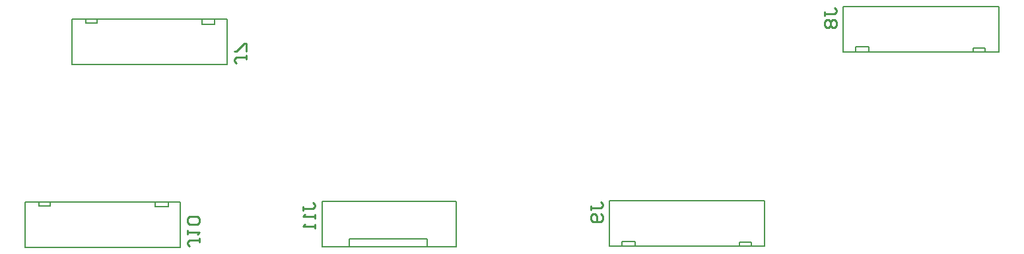
<source format=gbo>
G04*
G04 #@! TF.GenerationSoftware,Altium Limited,Altium Designer,20.2.6 (244)*
G04*
G04 Layer_Color=32896*
%FSLAX25Y25*%
%MOIN*%
G70*
G04*
G04 #@! TF.SameCoordinates,84CE4F0F-00B1-48B8-8D41-A7CC789AE08E*
G04*
G04*
G04 #@! TF.FilePolarity,Positive*
G04*
G01*
G75*
%ADD10C,0.01000*%
%ADD11C,0.00787*%
%ADD33C,0.00700*%
D10*
X337579Y136704D02*
Y138704D01*
Y137704D01*
X342577D01*
X343577Y138704D01*
Y139703D01*
X342577Y140703D01*
X343577Y134705D02*
Y132705D01*
Y133705D01*
X337579D01*
X338578Y134705D01*
X343577Y129706D02*
Y127707D01*
Y128707D01*
X337579D01*
X338578Y129706D01*
X308718Y215358D02*
Y213359D01*
Y214359D01*
X303720D01*
X302720Y213359D01*
Y212359D01*
X303720Y211360D01*
X308718Y217358D02*
Y221356D01*
X307718D01*
X303720Y217358D01*
X302720D01*
X285096Y122839D02*
Y120839D01*
Y121839D01*
X280098D01*
X279098Y120839D01*
Y119840D01*
X280098Y118840D01*
X279098Y124838D02*
Y126837D01*
Y125838D01*
X285096D01*
X284096Y124838D01*
Y129836D02*
X285096Y130836D01*
Y132835D01*
X284096Y133835D01*
X280098D01*
X279098Y132835D01*
Y130836D01*
X280098Y129836D01*
X284096D01*
X600731Y235429D02*
Y237428D01*
Y236429D01*
X605729D01*
X606729Y237428D01*
Y238428D01*
X605729Y239428D01*
X601730Y233430D02*
X600731Y232430D01*
Y230431D01*
X601730Y229431D01*
X602730D01*
X603730Y230431D01*
X604729Y229431D01*
X605729D01*
X606729Y230431D01*
Y232430D01*
X605729Y233430D01*
X604729D01*
X603730Y232430D01*
X602730Y233430D01*
X601730D01*
X603730Y232430D02*
Y230431D01*
X482620Y137004D02*
Y139004D01*
Y138004D01*
X487619D01*
X488619Y139004D01*
Y140003D01*
X487619Y141003D01*
Y135005D02*
X488619Y134005D01*
Y132006D01*
X487619Y131006D01*
X483620D01*
X482620Y132006D01*
Y134005D01*
X483620Y135005D01*
X484620D01*
X485619Y134005D01*
Y131006D01*
D11*
X492126Y118701D02*
Y141142D01*
Y118701D02*
X570571D01*
Y141634D01*
X492126D02*
X570571D01*
X492126Y141142D02*
Y141634D01*
X498425Y118996D02*
Y121161D01*
X505020D01*
Y118996D02*
Y121161D01*
X563681Y118996D02*
Y120669D01*
X557776D02*
X563681D01*
X557776Y118799D02*
Y120669D01*
X610236Y217126D02*
Y239567D01*
Y217126D02*
X688681D01*
Y240059D01*
X610236D02*
X688681D01*
X610236Y239567D02*
Y240059D01*
X616535Y217421D02*
Y219587D01*
X623130D01*
Y217421D02*
Y219587D01*
X681791Y217421D02*
Y219094D01*
X675886D02*
X681791D01*
X675886Y217224D02*
Y219094D01*
X275591Y118701D02*
Y141142D01*
X197146D02*
X275591D01*
X197146Y118209D02*
Y141142D01*
Y118209D02*
X275591D01*
Y118701D01*
X269291Y138681D02*
Y140847D01*
X262697Y138681D02*
X269291D01*
X262697D02*
Y140847D01*
X204035Y139173D02*
Y140847D01*
Y139173D02*
X209941D01*
Y141043D01*
X299213Y211221D02*
Y233662D01*
X220768D02*
X299213D01*
X220768Y210728D02*
Y233662D01*
Y210728D02*
X299213D01*
Y211221D01*
X292913Y231201D02*
Y233366D01*
X286319Y231201D02*
X292913D01*
X286319D02*
Y233366D01*
X227658Y231693D02*
Y233366D01*
Y231693D02*
X233563D01*
Y233563D01*
D33*
X346968Y137008D02*
Y137402D01*
X414685Y118504D02*
Y141339D01*
X346968Y118504D02*
X414685D01*
X346968D02*
Y141339D01*
X414685D01*
X360627Y118653D02*
Y122553D01*
X400227D01*
Y118753D02*
Y122553D01*
M02*

</source>
